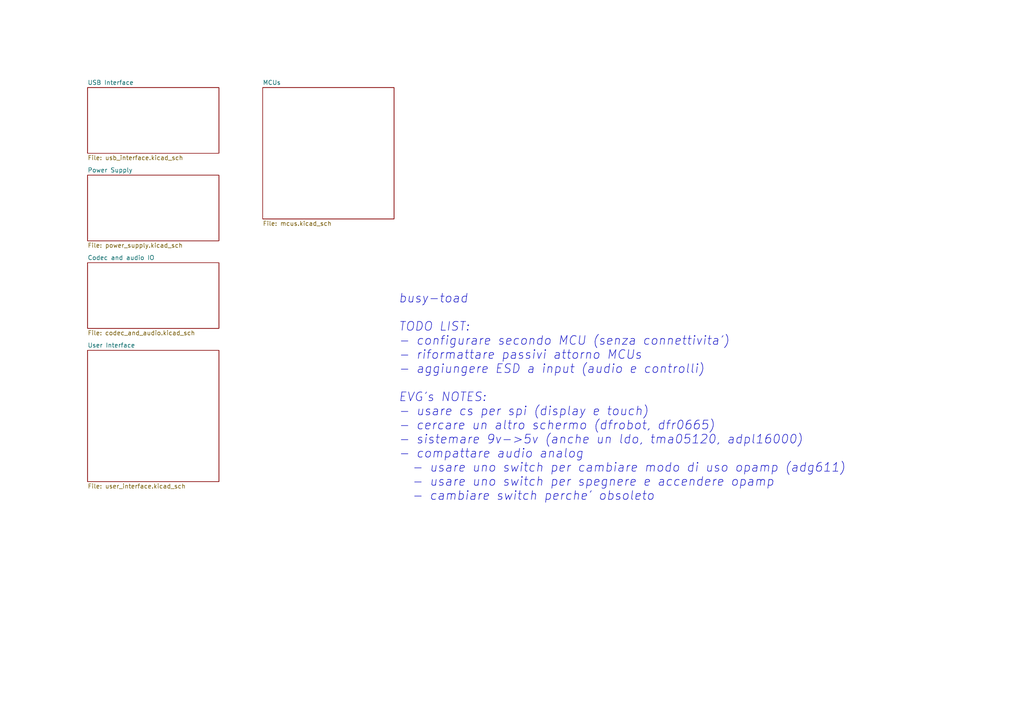
<source format=kicad_sch>
(kicad_sch
	(version 20250114)
	(generator "eeschema")
	(generator_version "9.0")
	(uuid "eb787481-08cd-41a4-a128-173fa6227c32")
	(paper "A4")
	(lib_symbols)
	(text "busy-toad\n\nTODO LIST:\n- configurare secondo MCU (senza connettivita')\n- riformattare passivi attorno MCUs\n- aggiungere ESD a input (audio e controlli)\n\nEVG's NOTES:\n- usare cs per spi (display e touch)\n- cercare un altro schermo (dfrobot, dfr0665)\n- sistemare 9v->5v (anche un ldo, tma05120, adpl16000)\n- compattare audio analog\n  - usare uno switch per cambiare modo di uso opamp (adg611) \n  - usare uno switch per spegnere e accendere opamp\n  - cambiare switch perche' obsoleto\n"
		(exclude_from_sim no)
		(at 115.57 145.415 0)
		(effects
			(font
				(size 2.54 2.54)
				(italic yes)
			)
			(justify left bottom)
		)
		(uuid "4b4436d0-c848-4a13-885f-59cd111d9165")
	)
	(sheet
		(at 25.4 76.2)
		(size 38.1 19.05)
		(exclude_from_sim no)
		(in_bom yes)
		(on_board yes)
		(dnp no)
		(fields_autoplaced yes)
		(stroke
			(width 0.1524)
			(type solid)
		)
		(fill
			(color 0 0 0 0.0000)
		)
		(uuid "4ada0139-8712-47ce-9d4c-ab8fef312f7b")
		(property "Sheetname" "Codec and audio IO"
			(at 25.4 75.4884 0)
			(effects
				(font
					(size 1.27 1.27)
				)
				(justify left bottom)
			)
		)
		(property "Sheetfile" "codec_and_audio.kicad_sch"
			(at 25.4 95.8346 0)
			(effects
				(font
					(size 1.27 1.27)
				)
				(justify left top)
			)
		)
		(instances
			(project "bt_pcb"
				(path "/eb787481-08cd-41a4-a128-173fa6227c32"
					(page "3")
				)
			)
		)
	)
	(sheet
		(at 25.4 50.8)
		(size 38.1 19.05)
		(exclude_from_sim no)
		(in_bom yes)
		(on_board yes)
		(dnp no)
		(fields_autoplaced yes)
		(stroke
			(width 0.1524)
			(type solid)
		)
		(fill
			(color 0 0 0 0.0000)
		)
		(uuid "4ec3bf5a-5f62-4a58-b8f9-e874725801fb")
		(property "Sheetname" "Power Supply"
			(at 25.4 50.0884 0)
			(effects
				(font
					(size 1.27 1.27)
				)
				(justify left bottom)
			)
		)
		(property "Sheetfile" "power_supply.kicad_sch"
			(at 25.4 70.4346 0)
			(effects
				(font
					(size 1.27 1.27)
				)
				(justify left top)
			)
		)
		(instances
			(project "bt_pcb"
				(path "/eb787481-08cd-41a4-a128-173fa6227c32"
					(page "2")
				)
			)
		)
	)
	(sheet
		(at 25.4 101.6)
		(size 38.1 38.1)
		(exclude_from_sim no)
		(in_bom yes)
		(on_board yes)
		(dnp no)
		(fields_autoplaced yes)
		(stroke
			(width 0.1524)
			(type solid)
		)
		(fill
			(color 0 0 0 0.0000)
		)
		(uuid "4fcd5c8c-58b7-4ce7-9521-e6e7fa7f5f34")
		(property "Sheetname" "User Interface"
			(at 25.4 100.8884 0)
			(effects
				(font
					(size 1.27 1.27)
				)
				(justify left bottom)
			)
		)
		(property "Sheetfile" "user_interface.kicad_sch"
			(at 25.4 140.2846 0)
			(effects
				(font
					(size 1.27 1.27)
				)
				(justify left top)
			)
		)
		(instances
			(project "bt_pcb"
				(path "/eb787481-08cd-41a4-a128-173fa6227c32"
					(page "8")
				)
			)
		)
	)
	(sheet
		(at 76.2 25.4)
		(size 38.1 38.1)
		(exclude_from_sim no)
		(in_bom yes)
		(on_board yes)
		(dnp no)
		(fields_autoplaced yes)
		(stroke
			(width 0.1524)
			(type solid)
		)
		(fill
			(color 0 0 0 0.0000)
		)
		(uuid "7b2258ec-f5b6-4970-96d8-f1fb6e4ed567")
		(property "Sheetname" "MCUs"
			(at 76.2 24.6884 0)
			(effects
				(font
					(size 1.27 1.27)
				)
				(justify left bottom)
			)
		)
		(property "Sheetfile" "mcus.kicad_sch"
			(at 76.2 64.0846 0)
			(effects
				(font
					(size 1.27 1.27)
				)
				(justify left top)
			)
		)
		(instances
			(project "bt_pcb"
				(path "/eb787481-08cd-41a4-a128-173fa6227c32"
					(page "9")
				)
			)
		)
	)
	(sheet
		(at 25.4 25.4)
		(size 38.1 19.05)
		(exclude_from_sim no)
		(in_bom yes)
		(on_board yes)
		(dnp no)
		(fields_autoplaced yes)
		(stroke
			(width 0.1524)
			(type solid)
		)
		(fill
			(color 0 0 0 0.0000)
		)
		(uuid "81f44120-5006-4955-ab2c-f15dbf34b899")
		(property "Sheetname" "USB Interface"
			(at 25.4 24.6884 0)
			(effects
				(font
					(size 1.27 1.27)
				)
				(justify left bottom)
			)
		)
		(property "Sheetfile" "usb_interface.kicad_sch"
			(at 25.4 45.0346 0)
			(effects
				(font
					(size 1.27 1.27)
				)
				(justify left top)
			)
		)
		(instances
			(project "bt_pcb"
				(path "/eb787481-08cd-41a4-a128-173fa6227c32"
					(page "8")
				)
			)
		)
	)
	(sheet_instances
		(path "/"
			(page "1")
		)
	)
	(embedded_fonts no)
)

</source>
